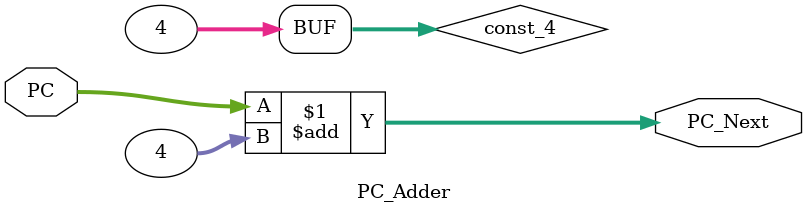
<source format=v>
`timescale 1ns / 1ps


module PC_Adder(
    input[31:0] PC,
    output[31:0] PC_Next
    );
    
    wire[31:0] const_4;
    assign const_4 = 32'd4;
    
    assign PC_Next = PC + const_4;
    
endmodule

</source>
